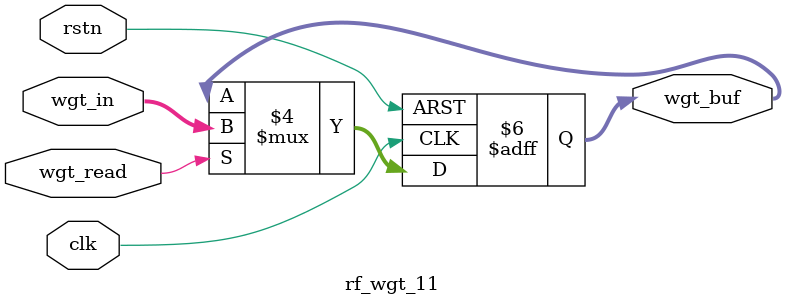
<source format=sv>
module rf_wgt_11 (
    input                   clk,
    input                   rstn,
    input  signed     [7:0] wgt_in,
    input                   wgt_read,
    output reg signed [7:0] wgt_buf
);

    always @(posedge clk or negedge rstn)
        if (~rstn) begin
            wgt_buf <= 0;
        end else if (wgt_read) begin
            wgt_buf <= wgt_in;
        end else begin
            wgt_buf <= wgt_buf;
        end

endmodule


</source>
